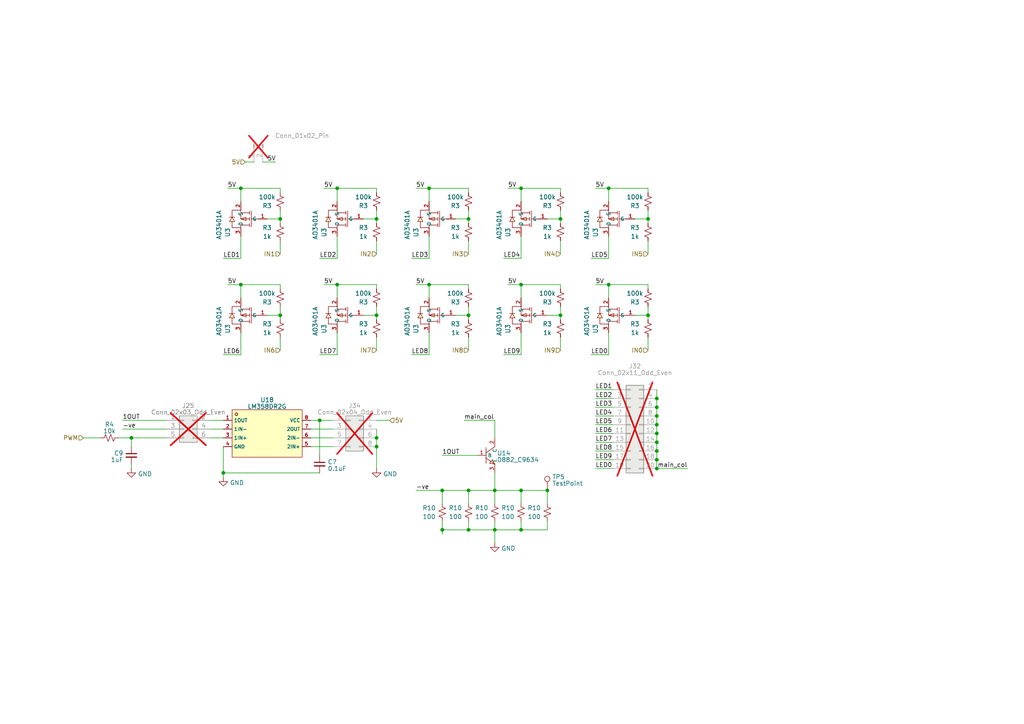
<source format=kicad_sch>
(kicad_sch (version 20230121) (generator eeschema)
  (paper "A4")
  (lib_symbols
    (symbol "Connector:Conn_01x02_Pin" (pin_names (offset 1.016) hide)
      (property "Reference" "J" (at 0 2.54 0))
      (property "Value" "Conn_01x02_Pin" (at 0 -5.08 0))
      (symbol "Conn_01x02_Pin_1_1"
        (polyline (pts (xy 1.27 -2.54) (xy 0.8636 -2.54)) (stroke (width 0.1524)))
        (polyline (pts (xy 1.27 0) (xy 0.8636 0)) (stroke (width 0.1524)))
        (rectangle (start 0.8636 -2.413) (end 0 -2.667) (stroke (width 0.1524)) (fill (type outline)))
        (rectangle (start 0.8636 0.127) (end 0 -0.127) (stroke (width 0.1524)) (fill (type outline)))
        (pin passive line (at 5.08 0 180) (length 3.81) (name "Pin_1") (number "1"))
        (pin passive line (at 5.08 -2.54 180) (length 3.81) (name "Pin_2") (number "2"))
      )
    )
    (symbol "Connector:TestPoint" (pin_numbers hide) (pin_names (offset 0.762) hide)
      (property "Reference" "TP" (at 0 6.858 0))
      (property "Value" "TestPoint" (at 0 5.08 0))
      (symbol "TestPoint_0_1"
        (circle (center 0 3.302) (radius 0.762))
      )
      (symbol "TestPoint_1_1"
        (pin passive line (at 0 0 90) (length 2.54) (name "1") (number "1"))
      )
    )
    (symbol "Connector_Generic:Conn_02x03_Odd_Even" (pin_names (offset 1.016) hide)
      (property "Reference" "J" (at 1.27 5.08 0))
      (property "Value" "Conn_02x03_Odd_Even" (at 1.27 -5.08 0))
      (symbol "Conn_02x03_Odd_Even_1_1"
        (rectangle (start -1.27 -2.413) (end 0 -2.667) (stroke (width 0.1524)))
        (rectangle (start -1.27 0.127) (end 0 -0.127) (stroke (width 0.1524)))
        (rectangle (start -1.27 2.667) (end 0 2.413) (stroke (width 0.1524)))
        (rectangle (start -1.27 3.81) (end 3.81 -3.81) (stroke (width 0.254)) (fill (type background)))
        (rectangle (start 3.81 -2.413) (end 2.54 -2.667) (stroke (width 0.1524)))
        (rectangle (start 3.81 0.127) (end 2.54 -0.127) (stroke (width 0.1524)))
        (rectangle (start 3.81 2.667) (end 2.54 2.413) (stroke (width 0.1524)))
        (pin passive line (at -5.08 2.54 0) (length 3.81) (name "Pin_1") (number "1"))
        (pin passive line (at 7.62 2.54 180) (length 3.81) (name "Pin_2") (number "2"))
        (pin passive line (at -5.08 0 0) (length 3.81) (name "Pin_3") (number "3"))
        (pin passive line (at 7.62 0 180) (length 3.81) (name "Pin_4") (number "4"))
        (pin passive line (at -5.08 -2.54 0) (length 3.81) (name "Pin_5") (number "5"))
        (pin passive line (at 7.62 -2.54 180) (length 3.81) (name "Pin_6") (number "6"))
      )
    )
    (symbol "Connector_Generic:Conn_02x04_Odd_Even" (pin_names (offset 1.016) hide)
      (property "Reference" "J" (at 1.27 5.08 0))
      (property "Value" "Conn_02x04_Odd_Even" (at 1.27 -7.62 0))
      (symbol "Conn_02x04_Odd_Even_1_1"
        (rectangle (start -1.27 -4.953) (end 0 -5.207) (stroke (width 0.1524)))
        (rectangle (start -1.27 -2.413) (end 0 -2.667) (stroke (width 0.1524)))
        (rectangle (start -1.27 0.127) (end 0 -0.127) (stroke (width 0.1524)))
        (rectangle (start -1.27 2.667) (end 0 2.413) (stroke (width 0.1524)))
        (rectangle (start -1.27 3.81) (end 3.81 -6.35) (stroke (width 0.254)) (fill (type background)))
        (rectangle (start 3.81 -4.953) (end 2.54 -5.207) (stroke (width 0.1524)))
        (rectangle (start 3.81 -2.413) (end 2.54 -2.667) (stroke (width 0.1524)))
        (rectangle (start 3.81 0.127) (end 2.54 -0.127) (stroke (width 0.1524)))
        (rectangle (start 3.81 2.667) (end 2.54 2.413) (stroke (width 0.1524)))
        (pin passive line (at -5.08 2.54 0) (length 3.81) (name "Pin_1") (number "1"))
        (pin passive line (at 7.62 2.54 180) (length 3.81) (name "Pin_2") (number "2"))
        (pin passive line (at -5.08 0 0) (length 3.81) (name "Pin_3") (number "3"))
        (pin passive line (at 7.62 0 180) (length 3.81) (name "Pin_4") (number "4"))
        (pin passive line (at -5.08 -2.54 0) (length 3.81) (name "Pin_5") (number "5"))
        (pin passive line (at 7.62 -2.54 180) (length 3.81) (name "Pin_6") (number "6"))
        (pin passive line (at -5.08 -5.08 0) (length 3.81) (name "Pin_7") (number "7"))
        (pin passive line (at 7.62 -5.08 180) (length 3.81) (name "Pin_8") (number "8"))
      )
    )
    (symbol "Connector_Generic:Conn_02x10_Odd_Even" (pin_names (offset 1.016) hide)
      (property "Reference" "J" (at 1.27 12.7 0))
      (property "Value" "Conn_02x10_Odd_Even" (at 1.27 -15.24 0))
      (symbol "Conn_02x10_Odd_Even_1_1"
        (rectangle (start -1.27 -12.573) (end 0 -12.827) (stroke (width 0.1524)))
        (rectangle (start -1.27 -10.033) (end 0 -10.287) (stroke (width 0.1524)))
        (rectangle (start -1.27 -7.493) (end 0 -7.747) (stroke (width 0.1524)))
        (rectangle (start -1.27 -4.953) (end 0 -5.207) (stroke (width 0.1524)))
        (rectangle (start -1.27 -2.413) (end 0 -2.667) (stroke (width 0.1524)))
        (rectangle (start -1.27 0.127) (end 0 -0.127) (stroke (width 0.1524)))
        (rectangle (start -1.27 2.667) (end 0 2.413) (stroke (width 0.1524)))
        (rectangle (start -1.27 5.207) (end 0 4.953) (stroke (width 0.1524)))
        (rectangle (start -1.27 7.747) (end 0 7.493) (stroke (width 0.1524)))
        (rectangle (start -1.27 10.287) (end 0 10.033) (stroke (width 0.1524)))
        (rectangle (start -1.27 11.43) (end 3.81 -13.97) (stroke (width 0.254)) (fill (type background)))
        (rectangle (start 3.81 -12.573) (end 2.54 -12.827) (stroke (width 0.1524)))
        (rectangle (start 3.81 -10.033) (end 2.54 -10.287) (stroke (width 0.1524)))
        (rectangle (start 3.81 -7.493) (end 2.54 -7.747) (stroke (width 0.1524)))
        (rectangle (start 3.81 -4.953) (end 2.54 -5.207) (stroke (width 0.1524)))
        (rectangle (start 3.81 -2.413) (end 2.54 -2.667) (stroke (width 0.1524)))
        (rectangle (start 3.81 0.127) (end 2.54 -0.127) (stroke (width 0.1524)))
        (rectangle (start 3.81 2.667) (end 2.54 2.413) (stroke (width 0.1524)))
        (rectangle (start 3.81 5.207) (end 2.54 4.953) (stroke (width 0.1524)))
        (rectangle (start 3.81 7.747) (end 2.54 7.493) (stroke (width 0.1524)))
        (rectangle (start 3.81 10.287) (end 2.54 10.033) (stroke (width 0.1524)))
        (pin passive line (at -5.08 10.16 0) (length 3.81) (name "Pin_1") (number "1"))
        (pin passive line (at 7.62 0 180) (length 3.81) (name "Pin_10") (number "10"))
        (pin passive line (at -5.08 -2.54 0) (length 3.81) (name "Pin_11") (number "11"))
        (pin passive line (at 7.62 -2.54 180) (length 3.81) (name "Pin_12") (number "12"))
        (pin passive line (at -5.08 -5.08 0) (length 3.81) (name "Pin_13") (number "13"))
        (pin passive line (at 7.62 -5.08 180) (length 3.81) (name "Pin_14") (number "14"))
        (pin passive line (at -5.08 -7.62 0) (length 3.81) (name "Pin_15") (number "15"))
        (pin passive line (at 7.62 -7.62 180) (length 3.81) (name "Pin_16") (number "16"))
        (pin passive line (at -5.08 -10.16 0) (length 3.81) (name "Pin_17") (number "17"))
        (pin passive line (at 7.62 -10.16 180) (length 3.81) (name "Pin_18") (number "18"))
        (pin passive line (at -5.08 -12.7 0) (length 3.81) (name "Pin_19") (number "19"))
        (pin passive line (at 7.62 10.16 180) (length 3.81) (name "Pin_2") (number "2"))
        (pin passive line (at 7.62 -12.7 180) (length 3.81) (name "Pin_20") (number "20"))
        (pin passive line (at -5.08 7.62 0) (length 3.81) (name "Pin_3") (number "3"))
        (pin passive line (at 7.62 7.62 180) (length 3.81) (name "Pin_4") (number "4"))
        (pin passive line (at -5.08 5.08 0) (length 3.81) (name "Pin_5") (number "5"))
        (pin passive line (at 7.62 5.08 180) (length 3.81) (name "Pin_6") (number "6"))
        (pin passive line (at -5.08 2.54 0) (length 3.81) (name "Pin_7") (number "7"))
        (pin passive line (at 7.62 2.54 180) (length 3.81) (name "Pin_8") (number "8"))
        (pin passive line (at -5.08 0 0) (length 3.81) (name "Pin_9") (number "9"))
      )
    )
    (symbol "Device:C_Small" (pin_numbers hide) (pin_names (offset 0.254) hide)
      (property "Reference" "C" (at 0.254 1.778 0))
      (property "Value" "C_Small" (at 0.254 -2.032 0))
      (symbol "C_Small_0_1"
        (polyline (pts (xy -1.524 -0.508) (xy 1.524 -0.508)) (stroke (width 0.3302)))
        (polyline (pts (xy -1.524 0.508) (xy 1.524 0.508)) (stroke (width 0.3048)))
      )
      (symbol "C_Small_1_1"
        (pin passive line (at 0 2.54 270) (length 2.032) (name "~") (number "1"))
        (pin passive line (at 0 -2.54 90) (length 2.032) (name "~") (number "2"))
      )
    )
    (symbol "Device:R_Small_US" (pin_numbers hide) (pin_names (offset 0.254) hide)
      (property "Reference" "R" (at 0.762 0.508 0))
      (property "Value" "R_Small_US" (at 0.762 -1.016 0))
      (symbol "R_Small_US_1_1"
        (polyline (pts (xy 0 0) (xy 1.016 -0.381) (xy 0 -0.762) (xy -1.016 -1.143) (xy 0 -1.524)))
        (polyline (pts (xy 0 1.524) (xy 1.016 1.143) (xy 0 0.762) (xy -1.016 0.381) (xy 0 0)))
        (pin passive line (at 0 2.54 270) (length 1.016) (name "~") (number "1"))
        (pin passive line (at 0 -2.54 90) (length 1.016) (name "~") (number "2"))
      )
    )
    (symbol "EEE4022S:AO3401A"
      (property "Reference" "U" (at 0 1.27 0))
      (property "Value" "AO3401A" (at 0 -2.54 0))
      (symbol "AO3401A_0_1"
        (polyline (pts (xy -2.54 0) (xy -0.508 0)))
        (polyline (pts (xy -0.508 2.286) (xy -0.508 -2.286)))
        (polyline (pts (xy 0 -2.286) (xy 0 -1.27)))
        (polyline (pts (xy 0 -0.508) (xy 0 0.508)))
        (polyline (pts (xy 0 1.27) (xy 0 2.286)))
        (polyline (pts (xy 2.54 -1.778) (xy 0 -1.778)))
        (polyline (pts (xy 2.54 1.778) (xy 0 1.778)))
        (polyline (pts (xy 0 0) (xy 2.54 0) (xy 2.54 -2.54)))
        (polyline (pts (xy 2.54 -2.54) (xy 5.08 -2.54) (xy 5.08 -0.508)))
        (polyline (pts (xy 2.54 0) (xy 1.016 0.508) (xy 1.016 -0.508) (xy 2.54 0)) (fill (type background)))
        (polyline (pts (xy 2.54 1.778) (xy 2.54 2.54) (xy 5.08 2.54) (xy 5.08 0.762)))
        (polyline (pts (xy 5.08 -0.508) (xy 5.842 0.762) (xy 4.318 0.762) (xy 5.08 -0.508)) (fill (type background)))
        (polyline (pts (xy 5.842 -0.508) (xy 5.588 -0.508) (xy 4.572 -0.508) (xy 4.318 -0.508)))
        (pin unspecified line (at -5.08 0 0) (length 2.54) (name "G") (number "1"))
        (pin unspecified line (at 2.54 -5.08 90) (length 2.54) (name "S") (number "2"))
        (pin unspecified line (at 2.54 5.08 270) (length 2.54) (name "D") (number "3"))
      )
    )
    (symbol "EEE4022S:D882_C9634"
      (property "Reference" "U" (at 0 1.27 0))
      (property "Value" "D882_C9634" (at 0 -2.54 0))
      (symbol "D882_C9634_0_1"
        (polyline (pts (xy 0 -0.762) (xy 2.54 -2.54)))
        (polyline (pts (xy 0 2.286) (xy 0 -2.286)))
        (polyline (pts (xy 2.54 2.54) (xy 0 0.762)))
        (polyline (pts (xy 2.54 -2.54) (xy 1.778 -1.27) (xy 1.016 -2.286) (xy 2.54 -2.54)) (fill (type background)))
        (pin input line (at -2.54 0 0) (length 2.54) (name "B") (number "1"))
        (pin input line (at 2.54 5.08 270) (length 2.54) (name "C") (number "2"))
        (pin input line (at 2.54 -5.08 90) (length 2.54) (name "E") (number "3"))
      )
    )
    (symbol "EEE4022S:LM358DR2G"
      (property "Reference" "U" (at 0 1.27 0))
      (property "Value" "LM358DR2G" (at 0 -2.54 0))
      (symbol "LM358DR2G_0_1"
        (rectangle (start -10.16 6.858) (end 10.16 -6.858) (fill (type background)))
        (circle (center -8.89 5.588) (radius 0.381) (fill (type background)))
        (circle (center -8.89 5.588) (radius 0.381) (fill (type background)))
        (pin unspecified line (at -12.7 3.81 0) (length 2.54) (name "1OUT") (number "1"))
        (pin unspecified line (at -12.7 1.27 0) (length 2.54) (name "1IN-") (number "2"))
        (pin unspecified line (at -12.7 -1.27 0) (length 2.54) (name "1IN+") (number "3"))
        (pin unspecified line (at -12.7 -3.81 0) (length 2.54) (name "GND") (number "4"))
        (pin unspecified line (at 12.7 -3.81 180) (length 2.54) (name "2IN+") (number "5"))
        (pin unspecified line (at 12.7 -1.27 180) (length 2.54) (name "2IN-") (number "6"))
        (pin unspecified line (at 12.7 1.27 180) (length 2.54) (name "2OUT") (number "7"))
        (pin unspecified line (at 12.7 3.81 180) (length 2.54) (name "VCC") (number "8"))
      )
    )
    (symbol "power:GND" (power) (pin_names (offset 0))
      (property "Value" "GND" (at 0 -3.81 0))
      (symbol "GND_0_1"
        (polyline (pts (xy 0 0) (xy 0 -1.27) (xy 1.27 -1.27) (xy 0 -2.54) (xy -1.27 -1.27) (xy 0 -1.27)))
      )
      (symbol "GND_1_1"
        (pin power_in line (at 0 0 270) (length 0) hide (name "GND") (number "1"))
      )
    )
  )
  (junction (at 64.77 137.16))
  (junction (at 190.5 115.57))
  (junction (at 187.96 91.44))
  (junction (at 128.27 153.67))
  (junction (at 151.13 54.61))
  (junction (at 176.53 82.55))
  (junction (at 151.13 142.24))
  (junction (at 92.71 121.92))
  (junction (at 135.89 153.67))
  (junction (at 151.13 153.67))
  (junction (at 143.51 153.67))
  (junction (at 162.56 63.5))
  (junction (at 97.79 82.55))
  (junction (at 69.85 54.61))
  (junction (at 190.5 118.11))
  (junction (at 190.5 130.81))
  (junction (at 190.5 133.35))
  (junction (at 135.89 91.44))
  (junction (at 190.5 125.73))
  (junction (at 151.13 82.55))
  (junction (at 69.85 82.55))
  (junction (at 187.96 63.5))
  (junction (at 176.53 54.61))
  (junction (at 124.46 54.61))
  (junction (at 109.22 91.44))
  (junction (at 128.27 142.24))
  (junction (at 109.22 129.54))
  (junction (at 135.89 63.5))
  (junction (at 81.28 91.44))
  (junction (at 81.28 63.5))
  (junction (at 109.22 63.5))
  (junction (at 97.79 54.61))
  (junction (at 135.89 142.24))
  (junction (at 190.5 128.27))
  (junction (at 124.46 82.55))
  (junction (at 162.56 91.44))
  (junction (at 190.5 120.65))
  (junction (at 158.75 142.24))
  (junction (at 143.51 142.24))
  (junction (at 109.22 127))
  (junction (at 190.5 123.19))
  (junction (at 38.1 127))
  (junction (at 190.5 135.89))
  (wire (pts (xy 187.96 54.61) (xy 187.96 55.88)))
  (wire (pts (xy 176.53 102.87) (xy 176.53 96.52)))
  (wire (pts (xy 124.46 82.55) (xy 124.46 86.36)))
  (wire (pts (xy 143.51 142.24) (xy 143.51 137.16)))
  (wire (pts (xy 172.72 130.81) (xy 177.8 130.81)))
  (wire (pts (xy 190.5 125.73) (xy 190.5 128.27)))
  (wire (pts (xy 132.08 91.44) (xy 135.89 91.44)))
  (wire (pts (xy 109.22 129.54) (xy 109.22 135.89)))
  (wire (pts (xy 64.77 129.54) (xy 64.77 137.16)))
  (wire (pts (xy 66.04 54.61) (xy 69.85 54.61)))
  (wire (pts (xy 176.53 54.61) (xy 187.96 54.61)))
  (wire (pts (xy 172.72 82.55) (xy 176.53 82.55)))
  (wire (pts (xy 151.13 82.55) (xy 162.56 82.55)))
  (wire (pts (xy 109.22 64.77) (xy 109.22 63.5)))
  (wire (pts (xy 176.53 82.55) (xy 176.53 86.36)))
  (wire (pts (xy 92.71 121.92) (xy 90.17 121.92)))
  (wire (pts (xy 97.79 82.55) (xy 109.22 82.55)))
  (wire (pts (xy 34.29 127) (xy 38.1 127)))
  (wire (pts (xy 172.72 120.65) (xy 177.8 120.65)))
  (wire (pts (xy 120.65 142.24) (xy 128.27 142.24)))
  (wire (pts (xy 151.13 142.24) (xy 151.13 146.05)))
  (wire (pts (xy 29.21 127) (xy 24.13 127)))
  (wire (pts (xy 135.89 97.79) (xy 135.89 101.6)))
  (wire (pts (xy 69.85 54.61) (xy 81.28 54.61)))
  (wire (pts (xy 135.89 92.71) (xy 135.89 91.44)))
  (wire (pts (xy 120.65 82.55) (xy 124.46 82.55)))
  (wire (pts (xy 64.77 138.43) (xy 64.77 137.16)))
  (wire (pts (xy 187.96 97.79) (xy 187.96 101.6)))
  (wire (pts (xy 171.45 74.93) (xy 176.53 74.93)))
  (wire (pts (xy 96.52 121.92) (xy 92.71 121.92)))
  (wire (pts (xy 97.79 102.87) (xy 97.79 96.52)))
  (wire (pts (xy 199.39 135.89) (xy 190.5 135.89)))
  (wire (pts (xy 71.12 46.99) (xy 73.66 46.99)))
  (wire (pts (xy 135.89 69.85) (xy 135.89 73.66)))
  (wire (pts (xy 38.1 134.62) (xy 38.1 135.89)))
  (wire (pts (xy 124.46 82.55) (xy 135.89 82.55)))
  (wire (pts (xy 162.56 88.9) (xy 162.56 91.44)))
  (wire (pts (xy 92.71 74.93) (xy 97.79 74.93)))
  (wire (pts (xy 124.46 74.93) (xy 124.46 68.58)))
  (wire (pts (xy 97.79 54.61) (xy 97.79 58.42)))
  (wire (pts (xy 81.28 82.55) (xy 81.28 83.82)))
  (wire (pts (xy 64.77 102.87) (xy 69.85 102.87)))
  (wire (pts (xy 190.5 133.35) (xy 190.5 135.89)))
  (wire (pts (xy 134.62 121.92) (xy 143.51 121.92)))
  (wire (pts (xy 172.72 123.19) (xy 177.8 123.19)))
  (wire (pts (xy 135.89 151.13) (xy 135.89 153.67)))
  (wire (pts (xy 81.28 54.61) (xy 81.28 55.88)))
  (wire (pts (xy 69.85 102.87) (xy 69.85 96.52)))
  (wire (pts (xy 128.27 132.08) (xy 138.43 132.08)))
  (wire (pts (xy 151.13 102.87) (xy 151.13 96.52)))
  (wire (pts (xy 97.79 82.55) (xy 97.79 86.36)))
  (wire (pts (xy 35.56 124.46) (xy 48.26 124.46)))
  (wire (pts (xy 109.22 97.79) (xy 109.22 101.6)))
  (wire (pts (xy 109.22 69.85) (xy 109.22 73.66)))
  (wire (pts (xy 109.22 54.61) (xy 109.22 55.88)))
  (wire (pts (xy 60.96 124.46) (xy 64.77 124.46)))
  (wire (pts (xy 128.27 153.67) (xy 128.27 154.94)))
  (wire (pts (xy 143.51 121.92) (xy 143.51 127)))
  (wire (pts (xy 187.96 88.9) (xy 187.96 91.44)))
  (wire (pts (xy 66.04 82.55) (xy 69.85 82.55)))
  (wire (pts (xy 135.89 142.24) (xy 135.89 146.05)))
  (wire (pts (xy 109.22 92.71) (xy 109.22 91.44)))
  (wire (pts (xy 172.72 125.73) (xy 177.8 125.73)))
  (wire (pts (xy 151.13 54.61) (xy 162.56 54.61)))
  (wire (pts (xy 93.98 54.61) (xy 97.79 54.61)))
  (wire (pts (xy 76.2 46.99) (xy 80.01 46.99)))
  (wire (pts (xy 81.28 97.79) (xy 81.28 101.6)))
  (wire (pts (xy 135.89 54.61) (xy 135.89 55.88)))
  (wire (pts (xy 172.72 113.03) (xy 177.8 113.03)))
  (wire (pts (xy 128.27 142.24) (xy 135.89 142.24)))
  (wire (pts (xy 172.72 133.35) (xy 177.8 133.35)))
  (wire (pts (xy 162.56 69.85) (xy 162.56 73.66)))
  (wire (pts (xy 184.15 91.44) (xy 187.96 91.44)))
  (wire (pts (xy 90.17 124.46) (xy 96.52 124.46)))
  (wire (pts (xy 176.53 82.55) (xy 187.96 82.55)))
  (wire (pts (xy 128.27 151.13) (xy 128.27 153.67)))
  (wire (pts (xy 69.85 82.55) (xy 69.85 86.36)))
  (wire (pts (xy 162.56 60.96) (xy 162.56 63.5)))
  (wire (pts (xy 135.89 153.67) (xy 143.51 153.67)))
  (wire (pts (xy 124.46 54.61) (xy 135.89 54.61)))
  (wire (pts (xy 97.79 74.93) (xy 97.79 68.58)))
  (wire (pts (xy 81.28 92.71) (xy 81.28 91.44)))
  (wire (pts (xy 176.53 74.93) (xy 176.53 68.58)))
  (wire (pts (xy 143.51 142.24) (xy 151.13 142.24)))
  (wire (pts (xy 162.56 92.71) (xy 162.56 91.44)))
  (wire (pts (xy 119.38 102.87) (xy 124.46 102.87)))
  (wire (pts (xy 81.28 60.96) (xy 81.28 63.5)))
  (wire (pts (xy 135.89 88.9) (xy 135.89 91.44)))
  (wire (pts (xy 135.89 82.55) (xy 135.89 83.82)))
  (wire (pts (xy 81.28 69.85) (xy 81.28 73.66)))
  (wire (pts (xy 143.51 142.24) (xy 143.51 146.05)))
  (wire (pts (xy 77.47 91.44) (xy 81.28 91.44)))
  (wire (pts (xy 172.72 128.27) (xy 177.8 128.27)))
  (wire (pts (xy 172.72 115.57) (xy 177.8 115.57)))
  (wire (pts (xy 93.98 82.55) (xy 97.79 82.55)))
  (wire (pts (xy 172.72 135.89) (xy 177.8 135.89)))
  (wire (pts (xy 190.5 118.11) (xy 190.5 120.65)))
  (wire (pts (xy 171.45 102.87) (xy 176.53 102.87)))
  (wire (pts (xy 187.96 92.71) (xy 187.96 91.44)))
  (wire (pts (xy 38.1 127) (xy 38.1 129.54)))
  (wire (pts (xy 132.08 63.5) (xy 135.89 63.5)))
  (wire (pts (xy 105.41 91.44) (xy 109.22 91.44)))
  (wire (pts (xy 158.75 142.24) (xy 158.75 146.05)))
  (wire (pts (xy 120.65 54.61) (xy 124.46 54.61)))
  (wire (pts (xy 162.56 97.79) (xy 162.56 101.6)))
  (wire (pts (xy 158.75 153.67) (xy 158.75 151.13)))
  (wire (pts (xy 109.22 60.96) (xy 109.22 63.5)))
  (wire (pts (xy 158.75 91.44) (xy 162.56 91.44)))
  (wire (pts (xy 92.71 102.87) (xy 97.79 102.87)))
  (wire (pts (xy 172.72 54.61) (xy 176.53 54.61)))
  (wire (pts (xy 187.96 64.77) (xy 187.96 63.5)))
  (wire (pts (xy 143.51 153.67) (xy 151.13 153.67)))
  (wire (pts (xy 60.96 121.92) (xy 64.77 121.92)))
  (wire (pts (xy 69.85 54.61) (xy 69.85 58.42)))
  (wire (pts (xy 109.22 88.9) (xy 109.22 91.44)))
  (wire (pts (xy 38.1 127) (xy 48.26 127)))
  (wire (pts (xy 146.05 102.87) (xy 151.13 102.87)))
  (wire (pts (xy 190.5 113.03) (xy 190.5 115.57)))
  (wire (pts (xy 109.22 82.55) (xy 109.22 83.82)))
  (wire (pts (xy 187.96 69.85) (xy 187.96 73.66)))
  (wire (pts (xy 162.56 82.55) (xy 162.56 83.82)))
  (wire (pts (xy 162.56 54.61) (xy 162.56 55.88)))
  (wire (pts (xy 176.53 54.61) (xy 176.53 58.42)))
  (wire (pts (xy 105.41 63.5) (xy 109.22 63.5)))
  (wire (pts (xy 151.13 142.24) (xy 158.75 142.24)))
  (wire (pts (xy 146.05 74.93) (xy 151.13 74.93)))
  (wire (pts (xy 135.89 60.96) (xy 135.89 63.5)))
  (wire (pts (xy 60.96 127) (xy 64.77 127)))
  (wire (pts (xy 151.13 151.13) (xy 151.13 153.67)))
  (wire (pts (xy 147.32 54.61) (xy 151.13 54.61)))
  (wire (pts (xy 184.15 63.5) (xy 187.96 63.5)))
  (wire (pts (xy 90.17 127) (xy 96.52 127)))
  (wire (pts (xy 151.13 54.61) (xy 151.13 58.42)))
  (wire (pts (xy 143.51 153.67) (xy 143.51 157.48)))
  (wire (pts (xy 69.85 82.55) (xy 81.28 82.55)))
  (wire (pts (xy 151.13 74.93) (xy 151.13 68.58)))
  (wire (pts (xy 172.72 118.11) (xy 177.8 118.11)))
  (wire (pts (xy 90.17 129.54) (xy 96.52 129.54)))
  (wire (pts (xy 143.51 151.13) (xy 143.51 153.67)))
  (wire (pts (xy 190.5 115.57) (xy 190.5 118.11)))
  (wire (pts (xy 109.22 127) (xy 109.22 129.54)))
  (wire (pts (xy 81.28 88.9) (xy 81.28 91.44)))
  (wire (pts (xy 190.5 128.27) (xy 190.5 130.81)))
  (wire (pts (xy 92.71 121.92) (xy 92.71 132.08)))
  (wire (pts (xy 190.5 123.19) (xy 190.5 125.73)))
  (wire (pts (xy 97.79 54.61) (xy 109.22 54.61)))
  (wire (pts (xy 190.5 120.65) (xy 190.5 123.19)))
  (wire (pts (xy 147.32 82.55) (xy 151.13 82.55)))
  (wire (pts (xy 151.13 82.55) (xy 151.13 86.36)))
  (wire (pts (xy 128.27 146.05) (xy 128.27 142.24)))
  (wire (pts (xy 113.03 121.92) (xy 109.22 121.92)))
  (wire (pts (xy 69.85 74.93) (xy 69.85 68.58)))
  (wire (pts (xy 109.22 124.46) (xy 109.22 127)))
  (wire (pts (xy 77.47 63.5) (xy 81.28 63.5)))
  (wire (pts (xy 124.46 102.87) (xy 124.46 96.52)))
  (wire (pts (xy 35.56 121.92) (xy 48.26 121.92)))
  (wire (pts (xy 92.71 137.16) (xy 64.77 137.16)))
  (wire (pts (xy 124.46 54.61) (xy 124.46 58.42)))
  (wire (pts (xy 151.13 153.67) (xy 158.75 153.67)))
  (wire (pts (xy 158.75 63.5) (xy 162.56 63.5)))
  (wire (pts (xy 190.5 130.81) (xy 190.5 133.35)))
  (wire (pts (xy 162.56 64.77) (xy 162.56 63.5)))
  (wire (pts (xy 135.89 142.24) (xy 143.51 142.24)))
  (wire (pts (xy 135.89 64.77) (xy 135.89 63.5)))
  (wire (pts (xy 119.38 74.93) (xy 124.46 74.93)))
  (wire (pts (xy 64.77 74.93) (xy 69.85 74.93)))
  (wire (pts (xy 81.28 64.77) (xy 81.28 63.5)))
  (wire (pts (xy 187.96 60.96) (xy 187.96 63.5)))
  (wire (pts (xy 128.27 153.67) (xy 135.89 153.67)))
  (wire (pts (xy 187.96 82.55) (xy 187.96 83.82)))
  (label "1OUT" (at 128.27 132.08 0))
  (label "LED0" (at 172.72 135.89 0))
  (label "LED7" (at 172.72 128.27 0))
  (label "LED8" (at 172.72 130.81 0))
  (label "5V" (at 80.01 46.99 180))
  (label "5V" (at 172.72 54.61 0))
  (label "LED4" (at 172.72 120.65 0))
  (label "LED5" (at 171.45 74.93 0))
  (label "-ve" (at 120.65 142.24 0))
  (label "LED8" (at 119.38 102.87 0))
  (label "LED2" (at 92.71 74.93 0))
  (label "5V" (at 66.04 54.61 0))
  (label "5V" (at 120.65 82.55 0))
  (label "5V" (at 93.98 82.55 0))
  (label "5V" (at 147.32 54.61 0))
  (label "5V" (at 172.72 82.55 0))
  (label "1OUT" (at 35.56 121.92 0))
  (label "5V" (at 120.65 54.61 0))
  (label "main_col" (at 134.62 121.92 0))
  (label "LED7" (at 92.71 102.87 0))
  (label "LED9" (at 146.05 102.87 0))
  (label "5V" (at 66.04 82.55 0))
  (label "main_col" (at 199.39 135.89 180))
  (label "LED1" (at 172.72 113.03 0))
  (label "LED4" (at 146.05 74.93 0))
  (label "5V" (at 147.32 82.55 0))
  (label "5V" (at 93.98 54.61 0))
  (label "LED2" (at 172.72 115.57 0))
  (label "-ve" (at 35.56 124.46 0))
  (label "LED3" (at 119.38 74.93 0))
  (label "LED6" (at 172.72 125.73 0))
  (label "LED5" (at 172.72 123.19 0))
  (label "LED3" (at 172.72 118.11 0))
  (label "LED9" (at 172.72 133.35 0))
  (label "LED6" (at 64.77 102.87 0))
  (label "LED0" (at 171.45 102.87 0))
  (label "LED1" (at 64.77 74.93 0))
  (hierarchical_label "5V" (shape input) (at 71.12 46.99 180))
  (hierarchical_label "IN3" (shape input) (at 135.89 73.66 180))
  (hierarchical_label "5V" (shape input) (at 113.03 121.92 0))
  (hierarchical_label "IN8" (shape input) (at 135.89 101.6 180))
  (hierarchical_label "IN1" (shape input) (at 81.28 73.66 180))
  (hierarchical_label "IN7" (shape input) (at 109.22 101.6 180))
  (hierarchical_label "IN6" (shape input) (at 81.28 101.6 180))
  (hierarchical_label "IN0" (shape input) (at 187.96 101.6 180))
  (hierarchical_label "PWM" (shape input) (at 24.13 127 180))
  (hierarchical_label "IN9" (shape input) (at 162.56 101.6 180))
  (hierarchical_label "IN5" (shape input) (at 187.96 73.66 180))
  (hierarchical_label "IN2" (shape input) (at 109.22 73.66 180))
  (hierarchical_label "IN4" (shape input) (at 162.56 73.66 180))
  (symbol (lib_id "Device:R_Small_US") (at 109.22 67.31 0) (unit 1)
    (property "Reference" "R3" (at 105.41 66.04 0))
    (property "Value" "1k" (at 105.41 68.58 0))
    (property "Footprint" "Resistor_SMD:R_0402_1005Metric" (effects hide))
    (property "LCSC" "C11702" (effects hide))
    (instances (project "Retro Display Module" (path "" (reference "R3") (unit 1)) (path "" (reference "R16") (unit 1))))
  )
  (symbol (lib_id "Device:C_Small") (at 38.1 132.08 0) (mirror y) (unit 1)
    (property "Reference" "C9" (at 35.7759 131.4426 0) (effects (justify left)))
    (property "Value" "1uF" (at 35.7759 133.3636 0) (effects (justify left)))
    (property "Footprint" "Capacitor_SMD:C_0603_1608Metric" (effects hide))
    (property "LCSC" "C15849" (effects hide))
    (instances (project "Retro Display Module" (path "" (reference "C9") (unit 1)) (path "" (reference "C12") (unit 1)) (path "" (reference "C4") (unit 1))) (project "USB PD" (path "" (reference "C2") (unit 1))))
  )
  (symbol (lib_id "Device:R_Small_US") (at 135.89 95.25 0) (unit 1)
    (property "Reference" "R3" (at 132.08 93.98 0))
    (property "Value" "1k" (at 132.08 96.52 0))
    (property "Footprint" "Resistor_SMD:R_0402_1005Metric" (effects hide))
    (property "LCSC" "C11702" (effects hide))
    (instances (project "Retro Display Module" (path "" (reference "R3") (unit 1)) (path "" (reference "R35") (unit 1))))
  )
  (symbol (lib_id "power:GND") (at 143.51 157.48 0) (unit 1)
    (property "Reference" "#PWR07" (effects hide))
    (property "Value" "GND" (at 145.415 159.0668 0) (effects (justify left)))
    (instances (project "Retro Display Module" (path "" (reference "#PWR07") (unit 1)) (path "" (reference "#PWR021") (unit 1))))
  )
  (symbol (lib_id "Device:R_Small_US") (at 158.75 148.59 0) (unit 1)
    (property "Reference" "R10" (at 154.94 147.32 0))
    (property "Value" "100" (at 154.94 149.86 0))
    (property "Footprint" "Resistor_SMD:R_1206_3216Metric" (effects hide))
    (property "LCSC" "C17901" (effects hide))
    (instances (project "Retro Display Module" (path "" (reference "R10") (unit 1)) (path "" (reference "R40") (unit 1))))
  )
  (symbol (lib_id "Device:R_Small_US") (at 109.22 58.42 0) (unit 1)
    (property "Reference" "R3" (at 105.41 59.69 0))
    (property "Value" "100k" (at 105.41 57.15 0))
    (property "Footprint" "Resistor_SMD:R_0402_1005Metric" (effects hide))
    (property "LCSC" "C25741" (effects hide))
    (instances (project "Retro Display Module" (path "" (reference "R3") (unit 1)) (path "" (reference "R15") (unit 1))))
  )
  (symbol (lib_id "power:GND") (at 64.77 138.43 0) (unit 1)
    (property "Reference" "#PWR07" (effects hide))
    (property "Value" "GND" (at 66.675 140.0168 0) (effects (justify left)))
    (instances (project "Retro Display Module" (path "" (reference "#PWR07") (unit 1)) (path "" (reference "#PWR020") (unit 1))))
  )
  (symbol (lib_id "Device:R_Small_US") (at 81.28 86.36 0) (unit 1)
    (property "Reference" "R3" (at 77.47 87.63 0))
    (property "Value" "100k" (at 77.47 85.09 0))
    (property "Footprint" "Resistor_SMD:R_0402_1005Metric" (effects hide))
    (property "LCSC" "C25741" (effects hide))
    (instances (project "Retro Display Module" (path "" (reference "R3") (unit 1)) (path "" (reference "R28") (unit 1))))
  )
  (symbol (lib_id "EEE4022S:D882_C9634") (at 140.97 132.08 0) (unit 1)
    (property "Reference" "U14" (at 144.145 131.4363 0) (effects (justify left)))
    (property "Value" "D882_C9634" (at 144.145 133.3573 0) (effects (justify left)))
    (property "Footprint" "Library:D882" (effects hide))
    (property "Datasheet" "https://item.szlcsc.com/421845.html" (effects hide))
    (property "LCSC" "C9634" (effects hide))
  )
  (symbol (lib_id "Device:R_Small_US") (at 162.56 67.31 0) (unit 1)
    (property "Reference" "R3" (at 158.75 66.04 0))
    (property "Value" "1k" (at 158.75 68.58 0))
    (property "Footprint" "Resistor_SMD:R_0402_1005Metric" (effects hide))
    (property "LCSC" "C11702" (effects hide))
    (instances (project "Retro Display Module" (path "" (reference "R3") (unit 1)) (path "" (reference "R21") (unit 1))))
  )
  (symbol (lib_id "Device:R_Small_US") (at 162.56 58.42 0) (unit 1)
    (property "Reference" "R3" (at 158.75 59.69 0))
    (property "Value" "100k" (at 158.75 57.15 0))
    (property "Footprint" "Resistor_SMD:R_0402_1005Metric" (effects hide))
    (property "LCSC" "C25741" (effects hide))
    (instances (project "Retro Display Module" (path "" (reference "R3") (unit 1)) (path "" (reference "R20") (unit 1))))
  )
  (symbol (lib_id "Device:R_Small_US") (at 135.89 86.36 0) (unit 1)
    (property "Reference" "R3" (at 132.08 87.63 0))
    (property "Value" "100k" (at 132.08 85.09 0))
    (property "Footprint" "Resistor_SMD:R_0402_1005Metric" (effects hide))
    (property "LCSC" "C25741" (effects hide))
    (instances (project "Retro Display Module" (path "" (reference "R3") (unit 1)) (path "" (reference "R34") (unit 1))))
  )
  (symbol (lib_id "EEE4022S:AO3401A") (at 179.07 91.44 180) (unit 1)
    (property "Reference" "U3" (at 172.72 93.98 90) (effects (justify left)))
    (property "Value" "AO3401A" (at 170.18 88.9 90) (effects (justify left)))
    (property "Footprint" "Library:SOT-23_L2.9-W1.3-P1.90-LS2.4-BR" (effects hide))
    (property "Datasheet" "https://wmsc.lcsc.com/wmsc/upload/file/pdf/v2/lcsc/1810171817_Alpha---Omega-Semicon-AO3401A_C15127.pdf" (effects hide))
    (property "LCSC" "C15127" (effects hide))
    (instances (project "Retro Display Module" (path "" (reference "U3") (unit 1)) (path "" (reference "U17") (unit 1))))
  )
  (symbol (lib_id "Device:R_Small_US") (at 135.89 67.31 0) (unit 1)
    (property "Reference" "R3" (at 132.08 66.04 0))
    (property "Value" "1k" (at 132.08 68.58 0))
    (property "Footprint" "Resistor_SMD:R_0402_1005Metric" (effects hide))
    (property "LCSC" "C11702" (effects hide))
    (instances (project "Retro Display Module" (path "" (reference "R3") (unit 1)) (path "" (reference "R19") (unit 1))))
  )
  (symbol (lib_id "Device:R_Small_US") (at 187.96 95.25 0) (unit 1)
    (property "Reference" "R3" (at 184.15 93.98 0))
    (property "Value" "1k" (at 184.15 96.52 0))
    (property "Footprint" "Resistor_SMD:R_0402_1005Metric" (effects hide))
    (property "LCSC" "C11702" (effects hide))
    (instances (project "Retro Display Module" (path "" (reference "R3") (unit 1)) (path "" (reference "R39") (unit 1))))
  )
  (symbol (lib_id "Device:R_Small_US") (at 162.56 86.36 0) (unit 1)
    (property "Reference" "R3" (at 158.75 87.63 0))
    (property "Value" "100k" (at 158.75 85.09 0))
    (property "Footprint" "Resistor_SMD:R_0402_1005Metric" (effects hide))
    (property "LCSC" "C25741" (effects hide))
    (instances (project "Retro Display Module" (path "" (reference "R3") (unit 1)) (path "" (reference "R36") (unit 1))))
  )
  (symbol (lib_id "power:GND") (at 109.22 135.89 0) (unit 1)
    (property "Reference" "#PWR07" (effects hide))
    (property "Value" "GND" (at 111.125 137.4768 0) (effects (justify left)))
    (instances (project "Retro Display Module" (path "" (reference "#PWR07") (unit 1)) (path "" (reference "#PWR022") (unit 1))))
  )
  (symbol (lib_id "power:GND") (at 38.1 135.89 0) (unit 1)
    (property "Reference" "#PWR07" (effects hide))
    (property "Value" "GND" (at 40.005 137.4768 0) (effects (justify left)))
    (instances (project "Retro Display Module" (path "" (reference "#PWR07") (unit 1)) (path "" (reference "#PWR019") (unit 1))))
  )
  (symbol (lib_id "EEE4022S:AO3401A") (at 153.67 63.5 180) (unit 1)
    (property "Reference" "U3" (at 147.32 66.04 90) (effects (justify left)))
    (property "Value" "AO3401A" (at 144.78 60.96 90) (effects (justify left)))
    (property "Footprint" "Library:SOT-23_L2.9-W1.3-P1.90-LS2.4-BR" (effects hide))
    (property "Datasheet" "https://wmsc.lcsc.com/wmsc/upload/file/pdf/v2/lcsc/1810171817_Alpha---Omega-Semicon-AO3401A_C15127.pdf" (effects hide))
    (property "LCSC" "C15127" (effects hide))
    (instances (project "Retro Display Module" (path "" (reference "U3") (unit 1)) (path "" (reference "U10") (unit 1))))
  )
  (symbol (lib_id "Connector_Generic:Conn_02x03_Odd_Even") (at 53.34 124.46 0) (unit 1) (in_bom no) (dnp yes)
    (property "Reference" "J25" (at 54.61 117.6401 0))
    (property "Value" "Conn_02x03_Odd_Even" (at 54.61 119.5611 0))
    (property "Footprint" "Connector_PinHeader_2.54mm:PinHeader_2x03_P2.54mm_Vertical" (effects hide))
    (instances (project "Retro Display Module" (path "" (reference "J25") (unit 1)) (path "" (reference "J19") (unit 1))))
  )
  (symbol (lib_id "Device:R_Small_US") (at 81.28 67.31 0) (unit 1)
    (property "Reference" "R3" (at 77.47 66.04 0))
    (property "Value" "1k" (at 77.47 68.58 0))
    (property "Footprint" "Resistor_SMD:R_0402_1005Metric" (effects hide))
    (property "LCSC" "C11702" (effects hide))
    (instances (project "Retro Display Module" (path "" (reference "R3") (unit 1)) (path "" (reference "R31") (unit 1))))
  )
  (symbol (lib_id "Device:R_Small_US") (at 187.96 67.31 0) (unit 1)
    (property "Reference" "R3" (at 184.15 66.04 0))
    (property "Value" "1k" (at 184.15 68.58 0))
    (property "Footprint" "Resistor_SMD:R_0402_1005Metric" (effects hide))
    (property "LCSC" "C11702" (effects hide))
    (instances (project "Retro Display Module" (path "" (reference "R3") (unit 1)) (path "" (reference "R27") (unit 1))))
  )
  (symbol (lib_id "EEE4022S:AO3401A") (at 72.39 63.5 180) (unit 1)
    (property "Reference" "U3" (at 66.04 66.04 90) (effects (justify left)))
    (property "Value" "AO3401A" (at 63.5 60.96 90) (effects (justify left)))
    (property "Footprint" "Library:SOT-23_L2.9-W1.3-P1.90-LS2.4-BR" (effects hide))
    (property "Datasheet" "https://wmsc.lcsc.com/wmsc/upload/file/pdf/v2/lcsc/1810171817_Alpha---Omega-Semicon-AO3401A_C15127.pdf" (effects hide))
    (property "LCSC" "C15127" (effects hide))
    (instances (project "Retro Display Module" (path "" (reference "U3") (unit 1)) (path "" (reference "U7") (unit 1))))
  )
  (symbol (lib_id "EEE4022S:AO3401A") (at 100.33 63.5 180) (unit 1)
    (property "Reference" "U3" (at 93.98 66.04 90) (effects (justify left)))
    (property "Value" "AO3401A" (at 91.44 60.96 90) (effects (justify left)))
    (property "Footprint" "Library:SOT-23_L2.9-W1.3-P1.90-LS2.4-BR" (effects hide))
    (property "Datasheet" "https://wmsc.lcsc.com/wmsc/upload/file/pdf/v2/lcsc/1810171817_Alpha---Omega-Semicon-AO3401A_C15127.pdf" (effects hide))
    (property "LCSC" "C15127" (effects hide))
    (instances (project "Retro Display Module" (path "" (reference "U3") (unit 1)) (path "" (reference "U8") (unit 1))))
  )
  (symbol (lib_id "EEE4022S:AO3401A") (at 179.07 63.5 180) (unit 1)
    (property "Reference" "U3" (at 172.72 66.04 90) (effects (justify left)))
    (property "Value" "AO3401A" (at 170.18 60.96 90) (effects (justify left)))
    (property "Footprint" "Library:SOT-23_L2.9-W1.3-P1.90-LS2.4-BR" (effects hide))
    (property "Datasheet" "https://wmsc.lcsc.com/wmsc/upload/file/pdf/v2/lcsc/1810171817_Alpha---Omega-Semicon-AO3401A_C15127.pdf" (effects hide))
    (property "LCSC" "C15127" (effects hide))
    (instances (project "Retro Display Module" (path "" (reference "U3") (unit 1)) (path "" (reference "U11") (unit 1))))
  )
  (symbol (lib_id "Device:R_Small_US") (at 109.22 86.36 0) (unit 1)
    (property "Reference" "R3" (at 105.41 87.63 0))
    (property "Value" "100k" (at 105.41 85.09 0))
    (property "Footprint" "Resistor_SMD:R_0402_1005Metric" (effects hide))
    (property "LCSC" "C25741" (effects hide))
    (instances (project "Retro Display Module" (path "" (reference "R3") (unit 1)) (path "" (reference "R32") (unit 1))))
  )
  (symbol (lib_id "Device:R_Small_US") (at 187.96 86.36 0) (unit 1)
    (property "Reference" "R3" (at 184.15 87.63 0))
    (property "Value" "100k" (at 184.15 85.09 0))
    (property "Footprint" "Resistor_SMD:R_0402_1005Metric" (effects hide))
    (property "LCSC" "C25741" (effects hide))
    (instances (project "Retro Display Module" (path "" (reference "R3") (unit 1)) (path "" (reference "R38") (unit 1))))
  )
  (symbol (lib_id "Connector:TestPoint") (at 158.75 142.24 0) (unit 1)
    (property "Reference" "TP5" (at 160.147 138.2943 0) (effects (justify left)))
    (property "Value" "TestPoint" (at 160.147 140.2153 0) (effects (justify left)))
    (property "Footprint" "Library:TestPoint_THTPad_2.0x2.0mm_Drill1.0mm" (effects hide))
    (instances (project "Retro Display Module" (path "" (reference "TP5") (unit 1)) (path "" (reference "TP2") (unit 1)) (path "" (reference "TP7") (unit 1))) (project "USB PD" (path "" (reference "TP3") (unit 1))))
  )
  (symbol (lib_id "Device:R_Small_US") (at 151.13 148.59 0) (unit 1)
    (property "Reference" "R10" (at 147.32 147.32 0))
    (property "Value" "100" (at 147.32 149.86 0))
    (property "Footprint" "Resistor_SMD:R_1206_3216Metric" (effects hide))
    (property "LCSC" "C17901" (effects hide))
    (instances (project "Retro Display Module" (path "" (reference "R10") (unit 1)) (path "" (reference "R25") (unit 1))))
  )
  (symbol (lib_id "EEE4022S:AO3401A") (at 72.39 91.44 180) (unit 1)
    (property "Reference" "U3" (at 66.04 93.98 90) (effects (justify left)))
    (property "Value" "AO3401A" (at 63.5 88.9 90) (effects (justify left)))
    (property "Footprint" "Library:SOT-23_L2.9-W1.3-P1.90-LS2.4-BR" (effects hide))
    (property "Datasheet" "https://wmsc.lcsc.com/wmsc/upload/file/pdf/v2/lcsc/1810171817_Alpha---Omega-Semicon-AO3401A_C15127.pdf" (effects hide))
    (property "LCSC" "C15127" (effects hide))
    (instances (project "Retro Display Module" (path "" (reference "U3") (unit 1)) (path "" (reference "U12") (unit 1))))
  )
  (symbol (lib_id "EEE4022S:AO3401A") (at 100.33 91.44 180) (unit 1)
    (property "Reference" "U3" (at 93.98 93.98 90) (effects (justify left)))
    (property "Value" "AO3401A" (at 91.44 88.9 90) (effects (justify left)))
    (property "Footprint" "Library:SOT-23_L2.9-W1.3-P1.90-LS2.4-BR" (effects hide))
    (property "Datasheet" "https://wmsc.lcsc.com/wmsc/upload/file/pdf/v2/lcsc/1810171817_Alpha---Omega-Semicon-AO3401A_C15127.pdf" (effects hide))
    (property "LCSC" "C15127" (effects hide))
    (instances (project "Retro Display Module" (path "" (reference "U3") (unit 1)) (path "" (reference "U13") (unit 1))))
  )
  (symbol (lib_id "Connector_Generic:Conn_02x04_Odd_Even") (at 101.6 124.46 0) (unit 1) (in_bom no) (dnp yes)
    (property "Reference" "J34" (at 102.87 117.6401 0))
    (property "Value" "Conn_02x04_Odd_Even" (at 102.87 119.5611 0))
    (property "Footprint" "Connector_PinHeader_2.54mm:PinHeader_2x04_P2.54mm_Vertical" (effects hide))
  )
  (symbol (lib_id "EEE4022S:AO3401A") (at 127 91.44 180) (unit 1)
    (property "Reference" "U3" (at 120.65 93.98 90) (effects (justify left)))
    (property "Value" "AO3401A" (at 118.11 88.9 90) (effects (justify left)))
    (property "Footprint" "Library:SOT-23_L2.9-W1.3-P1.90-LS2.4-BR" (effects hide))
    (property "Datasheet" "https://wmsc.lcsc.com/wmsc/upload/file/pdf/v2/lcsc/1810171817_Alpha---Omega-Semicon-AO3401A_C15127.pdf" (effects hide))
    (property "LCSC" "C15127" (effects hide))
    (instances (project "Retro Display Module" (path "" (reference "U3") (unit 1)) (path "" (reference "U15") (unit 1))))
  )
  (symbol (lib_id "Device:R_Small_US") (at 31.75 127 270) (unit 1)
    (property "Reference" "R4" (at 31.75 123.1011 90))
    (property "Value" "10k" (at 31.75 125.0221 90))
    (property "Footprint" "Resistor_SMD:R_0805_2012Metric" (effects hide))
    (property "LCSC" "C17414" (effects hide))
    (instances (project "Retro Display Module" (path "" (reference "R4") (unit 1)) (path "" (reference "R4") (unit 1)) (path "" (reference "R17") (unit 1))))
  )
  (symbol (lib_id "Device:R_Small_US") (at 81.28 95.25 0) (unit 1)
    (property "Reference" "R3" (at 77.47 93.98 0))
    (property "Value" "1k" (at 77.47 96.52 0))
    (property "Footprint" "Resistor_SMD:R_0402_1005Metric" (effects hide))
    (property "LCSC" "C11702" (effects hide))
    (instances (project "Retro Display Module" (path "" (reference "R3") (unit 1)) (path "" (reference "R29") (unit 1))))
  )
  (symbol (lib_id "Connector:Conn_01x02_Pin") (at 73.66 41.91 90) (mirror x) (unit 1) (dnp yes)
    (property "Reference" "J23" (effects hide))
    (property "Value" "Conn_01x02_Pin" (at 87.63 39.37 90))
    (property "Footprint" "Connector_PinHeader_2.54mm:PinHeader_1x02_P2.54mm_Vertical" (effects hide))
    (instances (project "Retro Display Module" (path "" (reference "J23") (unit 1)) (path "" (reference "J25") (unit 1)) (path "" (reference "J33") (unit 1))) (project "USB PD" (path "" (reference "J9") (unit 1))))
  )
  (symbol (lib_id "Device:R_Small_US") (at 162.56 95.25 0) (unit 1)
    (property "Reference" "R3" (at 158.75 93.98 0))
    (property "Value" "1k" (at 158.75 96.52 0))
    (property "Footprint" "Resistor_SMD:R_0402_1005Metric" (effects hide))
    (property "LCSC" "C11702" (effects hide))
    (instances (project "Retro Display Module" (path "" (reference "R3") (unit 1)) (path "" (reference "R37") (unit 1))))
  )
  (symbol (lib_id "Device:R_Small_US") (at 81.28 58.42 0) (unit 1)
    (property "Reference" "R3" (at 77.47 59.69 0))
    (property "Value" "100k" (at 77.47 57.15 0))
    (property "Footprint" "Resistor_SMD:R_0402_1005Metric" (effects hide))
    (property "LCSC" "C25741" (effects hide))
    (instances (project "Retro Display Module" (path "" (reference "R3") (unit 1)) (path "" (reference "R30") (unit 1))))
  )
  (symbol (lib_id "EEE4022S:AO3401A") (at 153.67 91.44 180) (unit 1)
    (property "Reference" "U3" (at 147.32 93.98 90) (effects (justify left)))
    (property "Value" "AO3401A" (at 144.78 88.9 90) (effects (justify left)))
    (property "Footprint" "Library:SOT-23_L2.9-W1.3-P1.90-LS2.4-BR" (effects hide))
    (property "Datasheet" "https://wmsc.lcsc.com/wmsc/upload/file/pdf/v2/lcsc/1810171817_Alpha---Omega-Semicon-AO3401A_C15127.pdf" (effects hide))
    (property "LCSC" "C15127" (effects hide))
    (instances (project "Retro Display Module" (path "" (reference "U3") (unit 1)) (path "" (reference "U16") (unit 1))))
  )
  (symbol (lib_id "Device:R_Small_US") (at 143.51 148.59 0) (unit 1)
    (property "Reference" "R10" (at 139.7 147.32 0))
    (property "Value" "100" (at 139.7 149.86 0))
    (property "Footprint" "Resistor_SMD:R_1206_3216Metric" (effects hide))
    (property "LCSC" "C17901" (effects hide))
    (instances (project "Retro Display Module" (path "" (reference "R10") (unit 1)) (path "" (reference "R24") (unit 1))))
  )
  (symbol (lib_id "Device:R_Small_US") (at 187.96 58.42 0) (unit 1)
    (property "Reference" "R3" (at 184.15 59.69 0))
    (property "Value" "100k" (at 184.15 57.15 0))
    (property "Footprint" "Resistor_SMD:R_0402_1005Metric" (effects hide))
    (property "LCSC" "C25741" (effects hide))
    (instances (project "Retro Display Module" (path "" (reference "R3") (unit 1)) (path "" (reference "R26") (unit 1))))
  )
  (symbol (lib_id "Device:C_Small") (at 92.71 134.62 0) (unit 1)
    (property "Reference" "C7" (at 95.0341 133.9826 0) (effects (justify left)))
    (property "Value" "0.1uF" (at 95.0341 135.9036 0) (effects (justify left)))
    (property "Footprint" "Capacitor_SMD:C_0402_1005Metric" (effects hide))
    (property "Datasheet" "https://wmsc.lcsc.com/wmsc/upload/file/pdf/v2/lcsc/2304140030_Samsung-Electro-Mechanics-CL05B104KO5NNNC_C1525.pdf" (effects hide))
    (property "LCSC" "C1525" (effects hide))
    (instances (project "Retro Display Module" (path "" (reference "C7") (unit 1)) (path "" (reference "C14") (unit 1))))
  )
  (symbol (lib_id "Device:R_Small_US") (at 128.27 148.59 0) (unit 1)
    (property "Reference" "R10" (at 124.46 147.32 0))
    (property "Value" "100" (at 124.46 149.86 0))
    (property "Footprint" "Resistor_SMD:R_1206_3216Metric" (effects hide))
    (property "LCSC" "C17901" (effects hide))
    (instances (project "Retro Display Module" (path "" (reference "R10") (unit 1)) (path "" (reference "R22") (unit 1))))
  )
  (symbol (lib_id "Device:R_Small_US") (at 109.22 95.25 0) (unit 1)
    (property "Reference" "R3" (at 105.41 93.98 0))
    (property "Value" "1k" (at 105.41 96.52 0))
    (property "Footprint" "Resistor_SMD:R_0402_1005Metric" (effects hide))
    (property "LCSC" "C11702" (effects hide))
    (instances (project "Retro Display Module" (path "" (reference "R3") (unit 1)) (path "" (reference "R33") (unit 1))))
  )
  (symbol (lib_id "Connector_Generic:Conn_02x10_Odd_Even") (at 182.88 123.19 0) (unit 1) (dnp yes)
    (property "Reference" "J32" (at 184.15 106.2101 0))
    (property "Value" "Conn_02x11_Odd_Even" (at 184.15 108.1311 0))
    (property "Footprint" "Connector_PinHeader_2.54mm:PinHeader_2x10_P2.54mm_Vertical" (effects hide))
  )
  (symbol (lib_id "Device:R_Small_US") (at 135.89 58.42 0) (unit 1)
    (property "Reference" "R3" (at 132.08 59.69 0))
    (property "Value" "100k" (at 132.08 57.15 0))
    (property "Footprint" "Resistor_SMD:R_0402_1005Metric" (effects hide))
    (property "LCSC" "C25741" (effects hide))
    (instances (project "Retro Display Module" (path "" (reference "R3") (unit 1)) (path "" (reference "R18") (unit 1))))
  )
  (symbol (lib_id "EEE4022S:LM358DR2G") (at 77.47 125.73 0) (unit 1)
    (property "Reference" "U18" (at 77.47 115.9891 0))
    (property "Value" "LM358DR2G" (at 77.47 117.9101 0))
    (property "Footprint" "Library:Dual LM358" (effects hide))
    (property "Datasheet" "https://wmsc.lcsc.com/wmsc/upload/file/pdf/v2/lcsc/2304140030_onsemi-LM358DR2G_C7950.pdf" (effects hide))
    (property "LCSC" "C7950" (effects hide))
  )
  (symbol (lib_id "Device:R_Small_US") (at 135.89 148.59 0) (unit 1)
    (property "Reference" "R10" (at 132.08 147.32 0))
    (property "Value" "100" (at 132.08 149.86 0))
    (property "Footprint" "Resistor_SMD:R_1206_3216Metric" (effects hide))
    (property "LCSC" "C17901" (effects hide))
    (instances (project "Retro Display Module" (path "" (reference "R10") (unit 1)) (path "" (reference "R23") (unit 1))))
  )
  (symbol (lib_id "EEE4022S:AO3401A") (at 127 63.5 180) (unit 1)
    (property "Reference" "U3" (at 120.65 66.04 90) (effects (justify left)))
    (property "Value" "AO3401A" (at 118.11 60.96 90) (effects (justify left)))
    (property "Footprint" "Library:SOT-23_L2.9-W1.3-P1.90-LS2.4-BR" (effects hide))
    (property "Datasheet" "https://wmsc.lcsc.com/wmsc/upload/file/pdf/v2/lcsc/1810171817_Alpha---Omega-Semicon-AO3401A_C15127.pdf" (effects hide))
    (property "LCSC" "C15127" (effects hide))
    (instances (project "Retro Display Module" (path "" (reference "U3") (unit 1)) (path "" (reference "U9") (unit 1))))
  )
)
</source>
